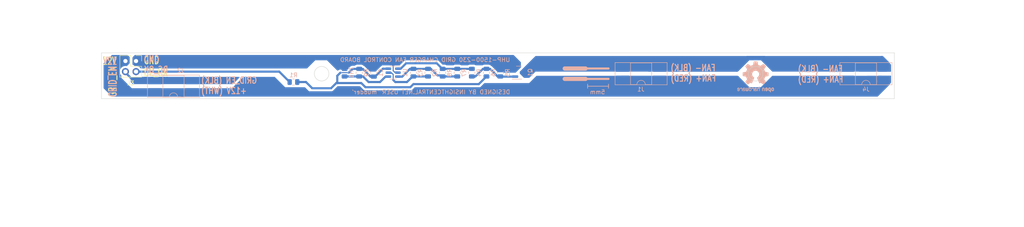
<source format=kicad_pcb>
(kicad_pcb (version 20221018) (generator pcbnew)
  (layers (0 "F.Cu" signal) (31 "B.Cu" signal) (34 "B.Paste" user) (35 "F.Paste" user) (36 "B.SilkS" user "B.Silkscreen") (37 "F.SilkS" user "F.Silkscreen") (38 "B.Mask" user) (39 "F.Mask" user) (44 "Edge.Cuts" user))
  (net 0 "")
  (net 1 "+5V")
  (net 2 "GND")
  (net 3 "/GATE")
  (net 4 "/FAN_NEG")
  (net 5 "/DC_OK")
  (net 6 "/2V4_REF")
  (net 7 "/COMP_FEEDBACK")
  (net 8 "/COMP_OUT")
  (net 9 "/TEMPERATURE")
  (net 10 "+12V")
  (net 11 "/DC_EN")
  (footprint "Connector_PinHeader_2.54mm:PinHeader_2x02_P2.54mm_Vertical" (layer "F.Cu") (at 67.525 100.21 -90)
    (fp_text reference "J3" (at 5.29 1.275 -180) (layer "F.SilkS"))
    (fp_text value "Conn_02x02_Odd_Even")
    (pad "1" thru_hole rect (at 0 0 270) (size 1.7 1.7) (drill 1) (layers "*.Cu" "*.Mask") (net 2 "GND"))
    (pad "2" thru_hole oval (at 2.54 0 270) (size 1.7 1.7) (drill 1) (layers "*.Cu" "*.Mask") (net 5 "/DC_OK"))
    (pad "3" thru_hole oval (at 0 2.54 270) (size 1.7 1.7) (drill 1) (layers "*.Cu" "*.Mask") (net 10 "+12V"))
    (pad "4" thru_hole oval (at 2.54 2.54 270) (size 1.7 1.7) (drill 1) (layers "*.Cu" "*.Mask") (net 11 "/DC_EN"))
  )
  (footprint "Resistor_SMD:R_0805_2012Metric" (layer "B.Cu") (at 117.5 103 90)
    (fp_text reference "TH1" (at 0 1.65 90) (layer "B.SilkS") (effects (justify mirror)))
    (fp_text value "Thermistor")
    (pad "1" smd roundrect (at -0.9125 0 90) (size 1.025 1.4) (layers "B.Cu" "B.Paste" "B.Mask") (roundrect_rratio 0.243902439) (net 9 "/TEMPERATURE"))
    (pad "2" smd roundrect (at 0.9125 0 90) (size 1.025 1.4) (layers "B.Cu" "B.Paste" "B.Mask") (roundrect_rratio 0.243902439) (net 2 "GND"))
  )
  (footprint "Package_DIP:DIP-4_W8.89mm_SMDSocket_LongPads" (layer "B.Cu") (at 76.5 106.25)
    (fp_text reference "J2" (at 1.75 -3.75) (layer "B.SilkS") (effects (justify mirror)))
    (fp_text value "Conn_01x02")
    (pad "1" smd rect (at -4.445 1.27) (size 3.1 1.6) (layers "B.Cu" "B.Paste" "B.Mask") (net 10 "+12V"))
    (pad "2" smd rect (at -4.445 -1.27) (size 3.1 1.6) (layers "B.Cu" "B.Paste" "B.Mask") (net 11 "/DC_EN"))
    (pad "3" smd rect (at 4.445 -1.27) (size 3.1 1.6) (layers "B.Cu" "B.Paste" "B.Mask"))
    (pad "4" smd rect (at 4.445 1.27) (size 3.1 1.6) (layers "B.Cu" "B.Paste" "B.Mask"))
  )
  (footprint "Resistor_SMD:R_0805_2012Metric" (layer "B.Cu") (at 148 103 90)
    (fp_text reference "R4" (at 0 1.75 90) (layer "B.SilkS") (effects (justify mirror)))
    (fp_text value "100")
    (pad "1" smd roundrect (at -0.9125 0 90) (size 1.025 1.4) (layers "B.Cu" "B.Paste" "B.Mask") (roundrect_rratio 0.243902439) (net 3 "/GATE"))
    (pad "2" smd roundrect (at 0.9125 0 90) (size 1.025 1.4) (layers "B.Cu" "B.Paste" "B.Mask") (roundrect_rratio 0.243902439) (net 8 "/COMP_OUT"))
  )
  (footprint "Resistor_SMD:R_0805_2012Metric" (layer "B.Cu") (at 137.5 103 90)
    (fp_text reference "R2" (at 0 1.65 90) (layer "B.SilkS") (effects (justify mirror)))
    (fp_text value "1k24")
    (pad "1" smd roundrect (at -0.9125 0 90) (size 1.025 1.4) (layers "B.Cu" "B.Paste" "B.Mask") (roundrect_rratio 0.243902439) (net 6 "/2V4_REF"))
    (pad "2" smd roundrect (at 0.9125 0 90) (size 1.025 1.4) (layers "B.Cu" "B.Paste" "B.Mask") (roundrect_rratio 0.243902439) (net 7 "/COMP_FEEDBACK"))
  )
  (footprint "Resistor_SMD:R_0805_2012Metric" (layer "B.Cu") (at 134 103 90)
    (fp_text reference "R3" (at 0 1.65 90) (layer "B.SilkS") (effects (justify mirror)))
    (fp_text value "1k24")
    (pad "1" smd roundrect (at -0.9125 0 90) (size 1.025 1.4) (layers "B.Cu" "B.Paste" "B.Mask") (roundrect_rratio 0.243902439) (net 6 "/2V4_REF"))
    (pad "2" smd roundrect (at 0.9125 0 90) (size 1.025 1.4) (layers "B.Cu" "B.Paste" "B.Mask") (roundrect_rratio 0.243902439) (net 7 "/COMP_FEEDBACK"))
  )
  (footprint "Capacitor_SMD:C_0805_2012Metric" (layer "B.Cu") (at 124.5 103 90)
    (fp_text reference "C1" (at 0 1.68 90) (layer "B.SilkS") (effects (justify mirror)))
    (fp_text value "100n")
    (pad "1" smd roundrect (at -0.95 0 90) (size 1 1.45) (layers "B.Cu" "B.Paste" "B.Mask") (net 1 "+5V"))
    (pad "2" smd roundrect (at 0.95 0 90) (size 1 1.45) (layers "B.Cu" "B.Paste" "B.Mask") (net 2 "GND"))
  )
  (footprint "Resistor_SMD:R_0805_2012Metric" (layer "B.Cu") (at 151.5 103 90)
    (fp_text reference "R6" (at 0 1.65 90) (layer "B.SilkS") (effects (justify mirror)))
    (fp_text value "DNP")
    (pad "1" smd roundrect (at -0.9125 0 90) (size 1.025 1.4) (layers "B.Cu" "B.Paste" "B.Mask") (roundrect_rratio 0.243902439) (net 1 "+5V"))
    (pad "2" smd roundrect (at 0.9125 0 90) (size 1.025 1.4) (layers "B.Cu" "B.Paste" "B.Mask") (roundrect_rratio 0.243902439) (net 3 "/GATE"))
  )
  (footprint "Package_TO_SOT_SMD:SOT-23-6" (layer "B.Cu") (at 129.1375 103 180)
    (fp_text reference "U1" (at -2.8625 0 90) (layer "B.SilkS") (effects (justify mirror)))
    (fp_text value "MCP65R41")
    (pad "1" smd roundrect (at -1.1375 0.95 180) (size 1.325 0.6) (layers "B.Cu" "B.Paste" "B.Mask") (net 8 "/COMP_OUT"))
    (pad "2" smd roundrect (at -1.1375 0 180) (size 1.325 0.6) (layers "B.Cu" "B.Paste" "B.Mask") (net 2 "GND"))
    (pad "3" smd roundrect (at -1.1375 -0.95 180) (size 1.325 0.6) (layers "B.Cu" "B.Paste" "B.Mask") (net 7 "/COMP_FEEDBACK"))
    (pad "4" smd roundrect (at 1.1375 -0.95 180) (size 1.325 0.6) (layers "B.Cu" "B.Paste" "B.Mask") (net 9 "/TEMPERATURE"))
    (pad "5" smd roundrect (at 1.1375 0 180) (size 1.325 0.6) (layers "B.Cu" "B.Paste" "B.Mask") (net 6 "/2V4_REF"))
    (pad "6" smd roundrect (at 1.1375 0.95 180) (size 1.325 0.6) (layers "B.Cu" "B.Paste" "B.Mask") (net 1 "+5V"))
  )
  (footprint "Resistor_SMD:R_0805_2012Metric" (layer "B.Cu") (at 121 103 -90)
    (fp_text reference "R9" (at 0 -1.75 90) (layer "B.SilkS") (effects (justify mirror)))
    (fp_text value "10k")
    (pad "1" smd roundrect (at -0.9125 0 270) (size 1.025 1.4) (layers "B.Cu" "B.Paste" "B.Mask") (roundrect_rratio 0.243902439) (net 1 "+5V"))
    (pad "2" smd roundrect (at 0.9125 0 270) (size 1.025 1.4) (layers "B.Cu" "B.Paste" "B.Mask") (roundrect_rratio 0.243902439) (net 9 "/TEMPERATURE"))
  )
  (footprint "Package_DIP:DIP-4_W8.89mm_SMDSocket_LongPads" (layer "B.Cu") (at 242.445 103.25)
    (fp_text reference "J4" (at 0 3.75) (layer "B.SilkS") (effects (justify mirror)))
    (fp_text value "Conn_01x02")
    (pad "1" smd rect (at -4.445 1.27) (size 3.1 1.6) (layers "B.Cu" "B.Paste" "B.Mask") (net 10 "+12V"))
    (pad "2" smd rect (at -4.445 -1.27) (size 3.1 1.6) (layers "B.Cu" "B.Paste" "B.Mask") (net 4 "/FAN_NEG"))
    (pad "3" smd rect (at 4.445 -1.27) (size 3.1 1.6) (layers "B.Cu" "B.Paste" "B.Mask"))
    (pad "4" smd rect (at 4.445 1.27) (size 3.1 1.6) (layers "B.Cu" "B.Paste" "B.Mask"))
  )
  (footprint "Resistor_SMD:R_0805_2012Metric" (layer "B.Cu") (at 141 103 90)
    (fp_text reference "R8" (at 0 1.65 90) (layer "B.SilkS") (effects (justify mirror)))
    (fp_text value "7k32")
    (pad "1" smd roundrect (at -0.9125 0 90) (size 1.025 1.4) (layers "B.Cu" "B.Paste" "B.Mask") (roundrect_rratio 0.243902439) (net 7 "/COMP_FEEDBACK"))
    (pad "2" smd roundrect (at 0.9125 0 90) (size 1.025 1.4) (layers "B.Cu" "B.Paste" "B.Mask") (roundrect_rratio 0.243902439) (net 8 "/COMP_OUT"))
  )
  (footprint "Resistor_SMD:R_0805_2012Metric" (layer "B.Cu") (at 144.5 103 90)
    (fp_text reference "R7" (at 0 1.65 90) (layer "B.SilkS") (effects (justify mirror)))
    (fp_text value "10k")
    (pad "1" smd roundrect (at -0.9125 0 90) (size 1.025 1.4) (layers "B.Cu" "B.Paste" "B.Mask") (roundrect_rratio 0.243902439) (net 7 "/COMP_FEEDBACK"))
    (pad "2" smd roundrect (at 0.9125 0 90) (size 1.025 1.4) (layers "B.Cu" "B.Paste" "B.Mask") (roundrect_rratio 0.243902439) (net 8 "/COMP_OUT"))
  )
  (footprint "Symbol:OSHW-Logo2_9.8x8mm_SilkScreen" (layer "B.Cu") (at 216 104 180)
    (fp_text reference "REF**" hide)
    (fp_text value "OSHW-Logo2_9.8x8mm_SilkScreen" hide)
  )
  (footprint "Resistor_SMD:R_0805_2012Metric" (layer "B.Cu") (at 154.8125 103 90)
    (fp_text reference "R5" (at 0 1.75 90) (layer "B.SilkS") (effects (justify mirror)))
    (fp_text value "10K")
    (pad "1" smd roundrect (at -0.9125 0 90) (size 1.025 1.4) (layers "B.Cu" "B.Paste" "B.Mask") (roundrect_rratio 0.243902439) (net 3 "/GATE"))
    (pad "2" smd roundrect (at 0.9125 0 90) (size 1.025 1.4) (layers "B.Cu" "B.Paste" "B.Mask") (roundrect_rratio 0.243902439) (net 2 "GND"))
  )
  (footprint "Resistor_SMD:R_0805_2012Metric" (layer "B.Cu") (at 105.25 105.25 180)
    (fp_text reference "R1" (at 0 1.65) (layer "B.SilkS") (effects (justify mirror)))
    (fp_text value "100")
    (pad "1" smd roundrect (at -0.9125 0 180) (size 1.025 1.4) (layers "B.Cu" "B.Paste" "B.Mask") (roundrect_rratio 0.243902439) (net 1 "+5V"))
    (pad "2" smd roundrect (at 0.9125 0 180) (size 1.025 1.4) (layers "B.Cu" "B.Paste" "B.Mask") (roundrect_rratio 0.243902439) (net 5 "/DC_OK"))
  )
  (footprint "Package_DIP:DIP-4_W8.89mm_SMDSocket_LongPads" (layer "B.Cu") (at 188.555 103.25)
    (fp_text reference "J1" (at -0.055 3.75 180) (layer "B.SilkS") (effects (justify mirror)))
    (fp_text value "Conn_01x02")
    (pad "1" smd rect (at -4.445 1.27) (size 3.1 1.6) (layers "B.Cu" "B.Paste" "B.Mask") (net 10 "+12V"))
    (pad "2" smd rect (at -4.445 -1.27) (size 3.1 1.6) (layers "B.Cu" "B.Paste" "B.Mask") (net 4 "/FAN_NEG"))
    (pad "3" smd rect (at 4.445 -1.27) (size 3.1 1.6) (layers "B.Cu" "B.Paste" "B.Mask"))
    (pad "4" smd rect (at 4.445 1.27) (size 3.1 1.6) (layers "B.Cu" "B.Paste" "B.Mask"))
  )
  (footprint "Package_TO_SOT_SMD:SOT-23" (layer "B.Cu") (at 159.3125 103)
    (fp_text reference "Q1" (at 2.6875 0 90) (layer "B.SilkS") (effects (justify mirror)))
    (fp_text value "Q_NMOS_GSD")
    (pad "1" smd roundrect (at -0.9375 0.95) (size 1.475 0.6) (layers "B.Cu" "B.Paste" "B.Mask") (net 3 "/GATE"))
    (pad "2" smd roundrect (at -0.9375 -0.95) (size 1.475 0.6) (layers "B.Cu" "B.Paste" "B.Mask") (net 2 "GND"))
    (pad "3" smd roundrect (at 0.9375 0) (size 1.475 0.6) (layers "B.Cu" "B.Paste" "B.Mask") (net 4 "/FAN_NEG"))
  )
  (gr_line (start 170.25 104.5) (end 175.25 104.5) (stroke (width 1)) (layer "B.SilkS"))
  (gr_line (start 170.25 102) (end 175.25 102) (stroke (width 1)) (layer "B.SilkS"))
  (gr_line (start 175.75 102) (end 180.75 102) (stroke (width 0.5)) (layer "B.SilkS"))
  (gr_line (start 175.75 105.75) (end 175.75 106.75) (stroke (width 0.15)) (layer "B.SilkS"))
  (gr_line (start 180.75 106.25) (end 175.75 106.25) (stroke (width 0.15)) (layer "B.SilkS"))
  (gr_line (start 180.75 105.75) (end 180.75 106.75) (stroke (width 0.15)) (layer "B.SilkS"))
  (gr_line (start 175.75 104.5) (end 180.75 104.5) (stroke (width 0.5)) (layer "B.SilkS"))
  (gr_line (start 59.25 109.25) (end 249.25 109.25) (stroke (width 0.1)) (layer "Edge.Cuts"))
  (gr_circle (center 112 103.25) (end 113.75 103.25) (stroke (width 0.1)) (fill none) (layer "Edge.Cuts"))
  (gr_circle (center 216 103.25) (end 217.75 103.25) (stroke (width 0.1)) (fill none) (layer "Edge.Cuts"))
  (gr_line (start 249.25 98.25) (end 59.25 98.25) (stroke (width 0.1)) (layer "Edge.Cuts"))
  (gr_line (start 59.25 98.25) (end 59.25 109.25) (stroke (width 0.1)) (layer "Edge.Cuts"))
  (gr_line (start 249.25 109.25) (end 249.25 98.25) (stroke (width 0.1)) (layer "Edge.Cuts"))
  (gr_text "GND\nDC_OK" (at 69.25 103.25) (layer "B.SilkS") (effects (font (size 1.6 1.2) (thickness 0.25) bold) (justify right bottom mirror)))
  (gr_text "FAN- (BLK)\nFAN+ (RED)" (at 226 105.5) (layer "B.SilkS") (effects (font (size 1.55 1.2) (thickness 0.25) bold) (justify right bottom mirror)))
  (gr_text "12V" (at 59.5 101.25) (layer "B.SilkS") (effects (font (size 1.8 1.2) (thickness 0.25) bold) (justify right bottom mirror)))
  (gr_text "FAN- (BLK)\nFAN+ (RED)" (at 195.5 105.25) (layer "B.SilkS") (effects (font (size 1.55 1.2) (thickness 0.25) bold) (justify right bottom mirror)))
  (gr_text "DESIGNED BY INSIGHTCENTRAL.NET USER 'mudder'" (at 157.25 108.25) (layer "B.SilkS") (effects (font (size 1 1)) (justify left bottom mirror)))
  (gr_text "UHP-1500-230 GRID CHARGER FAN CONTROL BOARD" (at 157.25 100.5) (layer "B.SilkS") (effects (font (size 1 1)) (justify left bottom mirror)))
  (gr_text "GRID_EN" (at 60.75 101.25 -90) (layer "B.SilkS") (effects (font (size 1.8 1.2) (thickness 0.25) bold) (justify right bottom mirror)))
  (gr_text "GRID_EN (BLK)\n+12V (WHT)" (at 83 108.25) (layer "B.SilkS") (effects (font (size 1.55 1.2) (thickness 0.25) bold) (justify right bottom mirror)))
  (gr_text "5mm" (at 180 108.25) (layer "B.SilkS") (effects (font (size 1 1)) (justify left bottom mirror)))
  (gr_text "12V" (at 63 101.25) (layer "F.SilkS") (effects (font (size 1.8 1.2) (thickness 0.25) bold) (justify right bottom)))
  (gr_text "GND\nDC_OK" (at 69.25 104) (layer "F.SilkS") (effects (font (size 1.8 1.2) (thickness 0.25) bold) (justify left bottom)))
  (gr_text "GRID_EN" (at 63 101.25 90) (layer "F.SilkS") (effects (font (size 1.8 1.2) (thickness 0.25) bold) (justify right bottom)))
  (segment (start 115.5 105.5) (end 114.25 106.75) (width 0.5) (layer "B.Cu") (net 1))
  (segment (start 114.25 106.75) (end 109.75 106.75) (width 0.5) (layer "B.Cu") (net 1))
  (segment (start 108.25 105.25) (end 106.1625 105.25) (width 0.5) (layer "B.Cu") (net 1))
  (segment (start 118.5 103) (end 119.4125 102.0875) (width 0.5) (layer "B.Cu") (net 1))
  (segment (start 123.6 103.75) (end 124.4 103.75) (width 0.5) (layer "B.Cu") (net 1))
  (segment (start 133.25 106.5) (end 134 105.75) (width 0.5) (layer "B.Cu") (net 1))
  (segment (start 116.5 103) (end 115.75 103.75) (width 0.5) (layer "B.Cu") (net 1))
  (segment (start 134 105.75) (end 149.6625 105.75) (width 0.5) (layer "B.Cu") (net 1))
  (segment (start 118.5 103) (end 116.5 103) (width 0.25) (layer "B.Cu") (net 1))
  (segment (start 109.75 106.75) (end 108.25 105.25) (width 0.5) (layer "B.Cu") (net 1))
  (segment (start 121.8375 102.0875) (end 123.7 103.95) (width 0.5) (layer "B.Cu") (net 1))
  (segment (start 121 102.0875) (end 121.8375 102.0875) (width 0.5) (layer "B.Cu") (net 1))
  (segment (start 115.75 105.5) (end 115.5 105.5) (width 0.5) (layer "B.Cu") (net 1))
  (segment (start 119.4125 102.0875) (end 121 102.0875) (width 0.5) (layer "B.Cu") (net 1))
  (segment (start 122.5 106.5) (end 133.25 106.5) (width 0.5) (layer "B.Cu") (net 1))
  (segment (start 149.6625 105.75) (end 151.5 103.9125) (width 0.5) (layer "B.Cu") (net 1))
  (segment (start 126.7 102.05) (end 128 102.05) (width 0.5) (layer "B.Cu") (net 1))
  (segment (start 121.1625 102.25) (end 122 102.25) (width 0.5) (layer "B.Cu") (net 1))
  (segment (start 124.5 103.95) (end 124.8 103.95) (width 0.5) (layer "B.Cu") (net 1))
  (segment (start 124.5 103.95) (end 123.7 103.95) (width 0.5) (layer "B.Cu") (net 1))
  (segment (start 124.8 103.95) (end 126.7 102.05) (width 0.5) (layer "B.Cu") (net 1))
  (segment (start 121.5 105.5) (end 122.5 106.5) (width 0.5) (layer "B.Cu") (net 1))
  (segment (start 115.75 105.5) (end 121.5 105.5) (width 0.5) (layer "B.Cu") (net 1))
  (segment (start 115.75 103.75) (end 115.75 105.5) (width 0.5) (layer "B.Cu") (net 1))
  (segment (start 117.5 100.5) (end 117.25 100.25) (width 0.5) (layer "B.Cu") (net 2))
  (segment (start 129.15 102.55) (end 129.15 101.4) (width 0.25) (layer "B.Cu") (net 2))
  (segment (start 117.25 100.25) (end 124.75 100.25) (width 1) (layer "B.Cu") (net 2))
  (segment (start 130.1875 102.85) (end 129.5125 102.85) (width 0.25) (layer "B.Cu") (net 2))
  (segment (start 129.6 103) (end 129.15 102.55) (width 0.25) (layer "B.Cu") (net 2))
  (segment (start 152.25 99.5) (end 129.75 99.5) (width 1) (layer "B.Cu") (net 2))
  (segment (start 124.5 100.5) (end 124.75 100.25) (width 0.5) (layer "B.Cu") (net 2))
  (segment (start 154.8125 102.0875) (end 154.8125 102.0625) (width 1) (layer "B.Cu") (net 2))
  (segment (start 129 100.25) (end 128.75 100.5) (width 0.5) (layer "B.Cu") (net 2))
  (segment (start 124.5 102.05) (end 124.5 100.5) (width 0.5) (layer "B.Cu") (net 2))
  (segment (start 129.5 101.05) (end 129.5 100.75) (width 0.25) (layer "B.Cu") (net 2))
  (segment (start 129 100.25) (end 129.75 99.5) (width 1) (layer "B.Cu") (net 2))
  (segment (start 115.6625 100.25) (end 117.25 100.25) (width 1) (layer "B.Cu") (net 2))
  (segment (start 68.235 99.5) (end 114.9125 99.5) (width 1) (layer "B.Cu") (net 2))
  (segment (start 117.5 102.0875) (end 117.3375 102.0875) (width 0.5) (layer "B.Cu") (net 2))
  (segment (start 154.8125 102.0625) (end 152.25 99.5) (width 1) (layer "B.Cu") (net 2))
  (segment (start 67.525 100.21) (end 68.235 99.5) (width 1) (layer "B.Cu") (net 2))
  (segment (start 114.9125 99.5) (end 115.6625 100.25) (width 1) (layer "B.Cu") (net 2))
  (segment (start 124.75 100.25) (end 129 100.25) (width 1) (layer "B.Cu") (net 2))
  (segment (start 154.8125 102.0875) (end 158.3375 102.0875) (width 1) (layer "B.Cu") (net 2))
  (segment (start 129.5 100.75) (end 129 100.25) (width 0.25) (layer "B.Cu") (net 2))
  (segment (start 158.3375 102.0875) (end 158.375 102.05) (width 1) (layer "B.Cu") (net 2))
  (segment (start 117.5 102.0875) (end 117.5 100.5) (width 0.5) (layer "B.Cu") (net 2))
  (segment (start 129.15 101.4) (end 128.75 101) (width 0.25) (layer "B.Cu") (net 2))
  (segment (start 128.75 100.5) (end 128.75 101) (width 0.5) (layer "B.Cu") (net 2))
  (segment (start 129.15 101.4) (end 129.5 101.05) (width 0.25) (layer "B.Cu") (net 2))
  (segment (start 151.5 102.0875) (end 152.3375 102.0875) (width 0.5) (layer "B.Cu") (net 3))
  (segment (start 150.6625 102.0875) (end 151.5 102.0875) (width 0.5) (layer "B.Cu") (net 3))
  (segment (start 154.85 103.95) (end 154.8125 103.9125) (width 0.5) (layer "B.Cu") (net 3))
  (segment (start 152.3375 102.0875) (end 154.1625 103.9125) (width 0.5) (layer "B.Cu") (net 3))
  (segment (start 148 103.9125) (end 148.8375 103.9125) (width 0.5) (layer "B.Cu") (net 3))
  (segment (start 158.375 103.95) (end 154.85 103.95) (width 0.5) (layer "B.Cu") (net 3))
  (segment (start 148.8375 103.9125) (end 150.6625 102.0875) (width 0.5) (layer "B.Cu") (net 3))
  (segment (start 154.1625 103.9125) (end 154.8125 103.9125) (width 0.5) (layer "B.Cu") (net 3))
  (segment (start 184.11 101.98) (end 162.02 101.98) (width 1) (layer "B.Cu") (net 4))
  (segment (start 220.48 101.98) (end 238 101.98) (width 1) (layer "B.Cu") (net 4))
  (segment (start 211.5 102.25) (end 214 99.75) (width 1) (layer "B.Cu") (net 4))
  (segment (start 214 99.5) (end 218 99.5) (width 1) (layer "B.Cu") (net 4))
  (segment (start 190.51 101.5) (end 195.99 101.5) (width 1) (layer "B.Cu") (net 4))
  (segment (start 240.945 102.25) (end 247.2825 102.25) (width 1) (layer "B.Cu") (net 4))
  (segment (start 161 103) (end 162.02 101.98) (width 1) (layer "B.Cu") (net 4))
  (segment (start 247.195 100.5) (end 247.945 101.25) (width 1) (layer "B.Cu") (net 4))
  (segment (start 190.41 101.98) (end 190.43 102) (width 1) (layer "B.Cu") (net 4))
  (segment (start 246.215 99.5) (end 247.195 100.48) (width 1) (layer "B.Cu") (net 4))
  (segment (start 160.25 103) (end 161 103) (width 1) (layer "B.Cu") (net 4))
  (segment (start 190.51 100.75) (end 195.99 100.75) (width 1) (layer "B.Cu") (net 4))
  (segment (start 241.445 101.98) (end 247.7825 101.98) (width 1) (layer "B.Cu") (net 4))
  (segment (start 238 101.98) (end 241.445 101.98) (width 1) (layer "B.Cu") (net 4))
  (segment (start 184.11 101.98) (end 190.41 101.98) (width 1) (layer "B.Cu") (net 4))
  (segment (start 244.81 101) (end 247.58 101) (width 1) (layer "B.Cu") (net 4))
  (segment (start 190.43 102.25) (end 211.5 102.25) (width 1) (layer "B.Cu") (net 4))
  (segment (start 220.48 101.98) (end 218 99.5) (width 1) (layer "B.Cu") (net 4))
  (segment (start 67.04 102.75) (end 101.8375 102.75) (width 0.5) (layer "B.Cu") (net 5))
  (segment (start 101.8375 102.75) (end 104.3375 105.25) (width 0.5) (layer "B.Cu") (net 5))
  (segment (start 129.65 105.25) (end 132.45625 105.25) (width 0.5) (layer "B.Cu") (net 6))
  (segment (start 128.15 103.15) (end 128.85 103.15) (width 0.25) (layer "B.Cu") (net 6))
  (segment (start 132.45625 105.25) (end 133.79375 103.9125) (width 0.5) (layer "B.Cu") (net 6))
  (segment (start 129.15 104.75) (end 129.65 105.25) (width 0.5) (layer "B.Cu") (net 6))
  (segment (start 129.15 104.75) (end 129.15 103.45) (width 0.25) (layer "B.Cu") (net 6))
  (segment (start 133.79375 103.9125) (end 134 103.9125) (width 0.5) (layer "B.Cu") (net 6))
  (segment (start 129.15 103.45) (end 128.7 103) (width 0.25) (layer "B.Cu") (net 6))
  (segment (start 137.5 103.9125) (end 134 103.9125) (width 0.5) (layer "B.Cu") (net 6))
  (segment (start 139.75 103.6625) (end 138.175 102.0875) (width 0.5) (layer "B.Cu") (net 7))
  (segment (start 140.75 103.6625) (end 139.75 103.6625) (width 0.5) (layer "B.Cu") (net 7))
  (segment (start 134 102.25) (end 133.1625 102.25) (width 0.5) (layer "B.Cu") (net 7))
  (segment (start 138.175 102.0875) (end 137.5 102.0875) (width 0.5) (layer "B.Cu") (net 7))
  (segment (start 133.1625 102.0875) (end 131.3 103.95) (width 0.5) (layer "B.Cu") (net 7))
  (segment (start 133.1625 102.0875) (end 134 102.0875) (width 0.5) (layer "B.Cu") (net 7))
  (segment (start 137.5 102.0875) (end 134 102.0875) (width 0.5) (layer "B.Cu") (net 7))
  (segment (start 141 103.9125) (end 140.75 103.6625) (width 0.5) (layer "B.Cu") (net 7))
  (segment (start 131.3 103.95) (end 130.275 103.95) (width 0.5) (layer "B.Cu") (net 7))
  (segment (start 144.5 103.9125) (end 141 103.9125) (width 0.5) (layer "B.Cu") (net 7))
  (segment (start 144.5 102.0875) (end 148 102.0875) (width 0.5) (layer "B.Cu") (net 8))
  (segment (start 130.95 102.05) (end 132.25 100.75) (width 0.5) (layer "B.Cu") (net 8))
  (segment (start 130.275 102.05) (end 130.95 102.05) (width 0.5) (layer "B.Cu") (net 8))
  (segment (start 147.8125 102.0875) (end 148.3375 102.0875) (width 0.5) (layer "B.Cu") (net 8))
  (segment (start 140.925 102.0875) (end 141 102.0875) (width 0.5) (layer "B.Cu") (net 8))
  (segment (start 139.5875 100.75) (end 140.925 102.0875) (width 0.5) (layer "B.Cu") (net 8))
  (segment (start 144.5 102.0875) (end 141 102.0875) (width 0.5) (layer "B.Cu") (net 8))
  (segment (start 132.25 100.75) (end 139.5875 100.75) (width 0.5) (layer "B.Cu") (net 8))
  (segment (start 130.325 102) (end 130.275 102.05) (width 0.5) (layer "B.Cu") (net 8))
  (segment (start 121.9125 103.9125) (end 121 103.9125) (width 0.5) (layer "B.Cu") (net 9))
  (segment (start 126 105.25) (end 123.25 105.25) (width 0.5) (layer "B.Cu") (net 9))
  (segment (start 127.3 103.95) (end 126 105.25) (width 0.5) (layer "B.Cu") (net 9))
  (segment (start 121 103.9125) (end 117.5 103.9125) (width 0.5) (layer "B.Cu") (net 9))
  (segment (start 123.25 105.25) (end 121.9125 103.9125) (width 0.5) (layer "B.Cu") (net 9))
  (segment (start 128 103.95) (end 127.3 103.95) (width 0.5) (layer "B.Cu") (net 9))
  (segment (start 160 108) (end 163.48 104.52) (width 1) (layer "B.Cu") (net 10))
  (segment (start 238 104.52) (end 241.445 104.52) (width 1) (layer "B.Cu") (net 10))
  (segment (start 214.25 107) (end 218.25 107) (width 1) (layer "B.Cu") (net 10))
  (segment (start 78.615 107.25) (end 83.885 107.25) (width 1) (layer "B.Cu") (net 10))
  (segment (start 63.54 100.21) (end 62.25 101.5) (width 1) (layer "B.Cu") (net 10))
  (segment (start 190.5 105) (end 195.77 105) (width 1) (layer "B.Cu") (net 10))
  (segment (start 62.25 104.5) (end 65.75 108) (width 1) (layer "B.Cu") (net 10))
  (segment (start 65.75 108) (end 160 108) (width 1) (layer "B.Cu") (net 10))
  (segment (start 220.73 104.52) (end 238 104.52) (width 1) (layer "B.Cu") (net 10))
  (segment (start 218.25 107) (end 220.73 104.52) (width 1) (layer "B.Cu") (net 10))
  (segment (start 163.48 104.52) (end 184.11 104.52) (width 1) (layer "B.Cu") (net 10))
  (segment (start 183.92 104.25) (end 211.58 104.25) (width 1) (layer "B.Cu") (net 10))
  (segment (start 244.695 105.5) (end 246.695 105.5) (width 1) (layer "B.Cu") (net 10))
  (segment (start 241.445 104.52) (end 247.7825 104.52) (width 1) (layer "B.Cu") (net 10))
  (segment (start 64.5 100.21) (end 63.54 100.21) (width 1) (layer "B.Cu") (net 10))
  (segment (start 246.195 107) (end 247.925 105.27) (width 1) (layer "B.Cu") (net 10))
  (segment (start 190.5 105.75) (end 195.77 105.75) (width 1) (layer "B.Cu") (net 10))
  (segment (start 62.25 101.5) (end 62.25 104.5) (width 1) (layer "B.Cu") (net 10))
  (segment (start 242.75 104.25) (end 246.195 104.25) (width 1) (layer "B.Cu") (net 10))
  (segment (start 211.77 104.52) (end 214.25 107) (width 1) (layer "B.Cu") (net 10))
  (segment (start 78.48 108.25) (end 83.75 108.25) (width 1) (layer "B.Cu") (net 10))
  (segment (start 83.2125 104.98) (end 87.23 104.98) (width 1) (layer "B.Cu") (net 11))
  (segment (start 72.055 104.98) (end 83.2125 104.98) (width 1) (layer "B.Cu") (net 11))
  (segment (start 66.98 104.98) (end 64.985 102.985) (width 0.5) (layer "B.Cu") (net 11))
  (segment (start 78.99125 105.25) (end 83.00875 105.25) (width 1) (layer "B.Cu") (net 11))
  (segment (start 64.985 102.985) (end 64.985 102.75) (width 0.5) (layer "B.Cu") (net 11))
  (segment (start 78.99125 104.5) (end 83.00875 104.5) (width 1) (layer "B.Cu") (net 11))
  (segment (start 72.055 104.98) (end 66.98 104.98) (width 1) (layer "B.Cu") (net 11))
  (zone (net 11) (net_name "/DC_EN") (layer "B.Cu") (priority 3) (connect_pads yes (clearance 0.5)) (min_thickness 0.25) (fill yes (thermal_gap 0.5) (thermal_bridge_width 0.5))
    (polygon (pts (xy 66.25 104) (xy 92.5 104) (xy 90.75 105.75) (xy 66.75 105.75) (xy 66.25 105.25)))
  )
  (zone (net 4) (net_name "/FAN_NEG") (layer "B.Cu") (connect_pads yes (clearance 0.5)) (min_thickness 0.25) (fill yes (thermal_gap 0.5) (thermal_bridge_width 0.5))
    (polygon (pts (xy 159.5 102.75) (xy 163.25 99) (xy 246.5 99) (xy 248.5 101) (xy 248.5 102.75) (xy 220 102.75) (xy 217.25 100) (xy 214.5 100) (xy 211.75 102.75) (xy 163.25 102.75) (xy 161.75 104.25) (xy 160.5 104.25) (xy 159.5 103.25)))
  )
  (zone (net 10) (net_name "+12V") (layer "B.Cu") (priority 1) (connect_pads yes (clearance 0.5)) (min_thickness 0.25) (fill yes (thermal_gap 0.5) (thermal_bridge_width 0.5))
    (polygon (pts (xy 248.5 103.75) (xy 220 103.75) (xy 217.25 106.5) (xy 214.5 106.5) (xy 211.75 103.75) (xy 163.5 103.75) (xy 161.75 105.5) (xy 151 105.5) (xy 150 106.5) (xy 134.25 106.5) (xy 133 107.75) (xy 133 108.75) (xy 245.25 108.75) (xy 248.5 105.5)))
  )
  (zone (net 2) (net_name "GND") (layer "B.Cu") (priority 1) (connect_pads yes (clearance 0.5)) (min_thickness 0.25) (fill yes (thermal_gap 0.5) (thermal_bridge_width 0.5))
    (polygon (pts (xy 66.75 101) (xy 67.75 102) (xy 108.5 102) (xy 110.5 100) (xy 113.25 100) (xy 115.75 102.5) (xy 118.25 102.5) (xy 119.25 101.5) (xy 122.25 101.5) (xy 123.25 102.5) (xy 123.25 102.75) (xy 125 102.75) (xy 126.5 101.25) (xy 131 101.25) (xy 132 100.25) (xy 140 100.25) (xy 141 101.25) (xy 152.5 101.25) (xy 154.25 103) (xy 158.5 103) (xy 159.75 101.75) (xy 159.75 100.5) (xy 158 98.75) (xy 67.25 98.75) (xy 66.75 99.25)))
  )
  (zone (net 10) (net_name "+12V") (layer "B.Cu") (priority 2) (connect_pads yes (clearance 0.5)) (min_thickness 0.25) (fill yes (thermal_gap 0.5) (thermal_bridge_width 0.5))
    (polygon (pts (xy 66 99.25) (xy 65.5 98.75) (xy 61.75 98.75) (xy 59.75 100.75) (xy 59.75 106.75) (xy 61.75 108.75) (xy 133 108.75) (xy 133.5 108.25) (xy 133.5 107.25) (xy 133.25 107) (xy 122 107) (xy 121.25 106.25) (xy 115.75 106.25) (xy 114.5 107.5) (xy 109 107.5) (xy 108 106.5) (xy 103.25 106.5) (xy 100.75 104) (xy 93.25 104) (xy 90.5 106.75) (xy 66.5 106.75) (xy 64 104.25) (xy 64 102.75) (xy 66 100.75)))
  )
)
</source>
